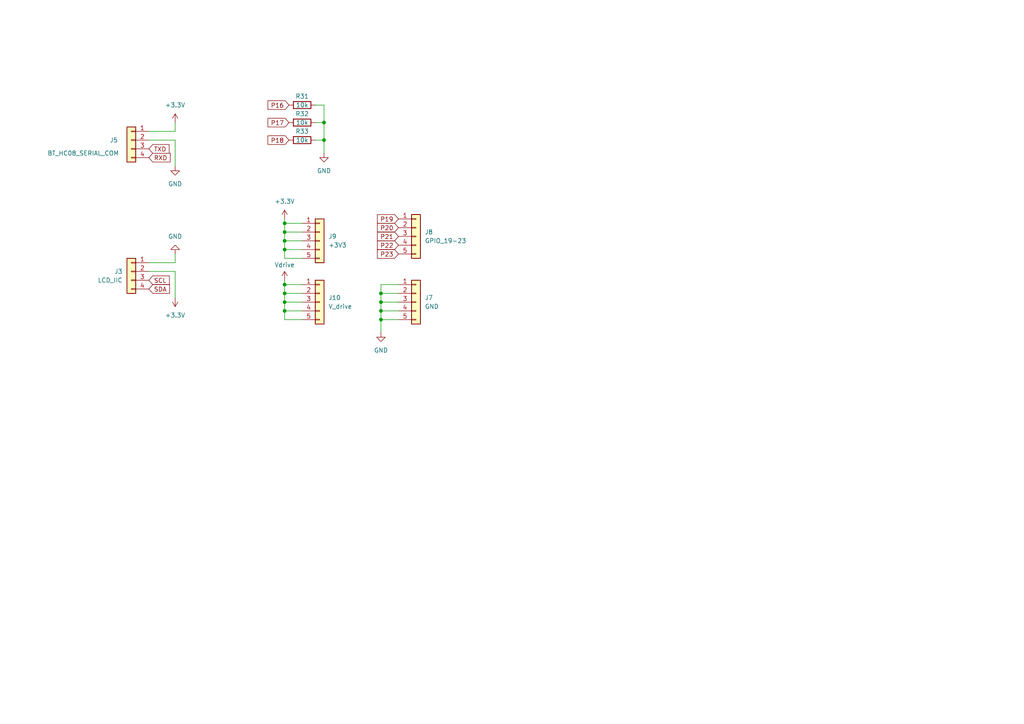
<source format=kicad_sch>
(kicad_sch (version 20231120) (generator "eeschema") (generator_version "8.0")
  (paper "A4")
  (lib_symbols
    (symbol "Connector_Generic:Conn_01x04" (pin_names (offset 1.016) hide)
      (property "Reference" "J" (at 0 5.08 0))
      (property "Value" "Conn_01x04" (at 0 -7.62 0))
      (symbol "Conn_01x04_1_1"
        (rectangle (start -1.27 -4.953) (end 0 -5.207) (stroke (width 0.1524)))
        (rectangle (start -1.27 -2.413) (end 0 -2.667) (stroke (width 0.1524)))
        (rectangle (start -1.27 0.127) (end 0 -0.127) (stroke (width 0.1524)))
        (rectangle (start -1.27 2.667) (end 0 2.413) (stroke (width 0.1524)))
        (rectangle (start -1.27 3.81) (end 1.27 -6.35) (stroke (width 0.254)) (fill (type background)))
        (pin passive line (at -5.08 2.54 0) (length 3.81) (name "Pin_1") (number "1"))
        (pin passive line (at -5.08 0 0) (length 3.81) (name "Pin_2") (number "2"))
        (pin passive line (at -5.08 -2.54 0) (length 3.81) (name "Pin_3") (number "3"))
        (pin passive line (at -5.08 -5.08 0) (length 3.81) (name "Pin_4") (number "4"))
      )
    )
    (symbol "Connector_Generic:Conn_01x05" (pin_names (offset 1.016) hide)
      (property "Reference" "J" (at 0 7.62 0))
      (property "Value" "Conn_01x05" (at 0 -7.62 0))
      (symbol "Conn_01x05_1_1"
        (rectangle (start -1.27 -4.953) (end 0 -5.207) (stroke (width 0.1524)))
        (rectangle (start -1.27 -2.413) (end 0 -2.667) (stroke (width 0.1524)))
        (rectangle (start -1.27 0.127) (end 0 -0.127) (stroke (width 0.1524)))
        (rectangle (start -1.27 2.667) (end 0 2.413) (stroke (width 0.1524)))
        (rectangle (start -1.27 5.207) (end 0 4.953) (stroke (width 0.1524)))
        (rectangle (start -1.27 6.35) (end 1.27 -6.35) (stroke (width 0.254)) (fill (type background)))
        (pin passive line (at -5.08 5.08 0) (length 3.81) (name "Pin_1") (number "1"))
        (pin passive line (at -5.08 2.54 0) (length 3.81) (name "Pin_2") (number "2"))
        (pin passive line (at -5.08 0 0) (length 3.81) (name "Pin_3") (number "3"))
        (pin passive line (at -5.08 -2.54 0) (length 3.81) (name "Pin_4") (number "4"))
        (pin passive line (at -5.08 -5.08 0) (length 3.81) (name "Pin_5") (number "5"))
      )
    )
    (symbol "Device:R" (pin_numbers hide) (pin_names (offset 0))
      (property "Reference" "R" (at 2.032 0 90))
      (property "Value" "R" (at 0 0 90))
      (symbol "R_0_1"
        (rectangle (start -1.016 -2.54) (end 1.016 2.54) (stroke (width 0.254)))
      )
      (symbol "R_1_1"
        (pin passive line (at 0 3.81 270) (length 1.27) (name "~") (number "1"))
        (pin passive line (at 0 -3.81 90) (length 1.27) (name "~") (number "2"))
      )
    )
    (symbol "power:+3.3V" (power) (pin_names (offset 0))
      (property "Value" "+3.3V" (at 0 3.556 0))
      (symbol "+3.3V_0_1"
        (polyline (pts (xy -0.762 1.27) (xy 0 2.54)))
        (polyline (pts (xy 0 0) (xy 0 2.54)))
        (polyline (pts (xy 0 2.54) (xy 0.762 1.27)))
      )
      (symbol "+3.3V_1_1"
        (pin power_in line (at 0 0 90) (length 0) hide (name "+3.3V") (number "1"))
      )
    )
    (symbol "power:GND" (power) (pin_names (offset 0))
      (property "Value" "GND" (at 0 -3.81 0))
      (symbol "GND_0_1"
        (polyline (pts (xy 0 0) (xy 0 -1.27) (xy 1.27 -1.27) (xy 0 -2.54) (xy -1.27 -1.27) (xy 0 -1.27)))
      )
      (symbol "GND_1_1"
        (pin power_in line (at 0 0 270) (length 0) hide (name "GND") (number "1"))
      )
    )
    (symbol "power:Vdrive" (power) (pin_names (offset 0))
      (property "Value" "Vdrive" (at 0 3.81 0))
      (symbol "Vdrive_0_1"
        (polyline (pts (xy -0.762 1.27) (xy 0 2.54)))
        (polyline (pts (xy 0 0) (xy 0 2.54)))
        (polyline (pts (xy 0 2.54) (xy 0.762 1.27)))
      )
      (symbol "Vdrive_1_1"
        (pin power_in line (at 0 0 90) (length 0) hide (name "Vdrive") (number "1"))
      )
    )
  )
  (junction (at 82.55 72.39))
  (junction (at 110.49 87.63))
  (junction (at 110.49 90.17))
  (junction (at 82.55 87.63))
  (junction (at 82.55 69.85))
  (junction (at 93.98 35.56))
  (junction (at 82.55 82.55))
  (junction (at 110.49 92.71))
  (junction (at 82.55 67.31))
  (junction (at 82.55 85.09))
  (junction (at 110.49 85.09))
  (junction (at 93.98 40.64))
  (junction (at 82.55 64.77))
  (junction (at 82.55 90.17))
  (wire (pts (xy 82.55 87.63) (xy 82.55 90.17)))
  (wire (pts (xy 82.55 85.09) (xy 82.55 87.63)))
  (wire (pts (xy 110.49 92.71) (xy 115.57 92.71)))
  (wire (pts (xy 82.55 64.77) (xy 82.55 67.31)))
  (wire (pts (xy 82.55 87.63) (xy 87.63 87.63)))
  (wire (pts (xy 91.44 35.56) (xy 93.98 35.56)))
  (wire (pts (xy 93.98 40.64) (xy 93.98 44.45)))
  (wire (pts (xy 50.8 38.1) (xy 43.18 38.1)))
  (wire (pts (xy 93.98 30.48) (xy 93.98 35.56)))
  (wire (pts (xy 82.55 81.28) (xy 82.55 82.55)))
  (wire (pts (xy 110.49 87.63) (xy 110.49 90.17)))
  (wire (pts (xy 82.55 69.85) (xy 82.55 72.39)))
  (wire (pts (xy 110.49 87.63) (xy 115.57 87.63)))
  (wire (pts (xy 82.55 90.17) (xy 87.63 90.17)))
  (wire (pts (xy 50.8 78.74) (xy 43.18 78.74)))
  (wire (pts (xy 82.55 69.85) (xy 87.63 69.85)))
  (wire (pts (xy 50.8 40.64) (xy 43.18 40.64)))
  (wire (pts (xy 110.49 92.71) (xy 110.49 96.52)))
  (wire (pts (xy 82.55 74.93) (xy 87.63 74.93)))
  (wire (pts (xy 82.55 63.5) (xy 82.55 64.77)))
  (wire (pts (xy 82.55 72.39) (xy 87.63 72.39)))
  (wire (pts (xy 50.8 48.26) (xy 50.8 40.64)))
  (wire (pts (xy 82.55 85.09) (xy 87.63 85.09)))
  (wire (pts (xy 82.55 72.39) (xy 82.55 74.93)))
  (wire (pts (xy 50.8 35.56) (xy 50.8 38.1)))
  (wire (pts (xy 110.49 85.09) (xy 110.49 87.63)))
  (wire (pts (xy 110.49 85.09) (xy 115.57 85.09)))
  (wire (pts (xy 82.55 90.17) (xy 82.55 92.71)))
  (wire (pts (xy 82.55 67.31) (xy 82.55 69.85)))
  (wire (pts (xy 110.49 82.55) (xy 110.49 85.09)))
  (wire (pts (xy 93.98 35.56) (xy 93.98 40.64)))
  (wire (pts (xy 50.8 76.2) (xy 43.18 76.2)))
  (wire (pts (xy 110.49 90.17) (xy 115.57 90.17)))
  (wire (pts (xy 50.8 86.36) (xy 50.8 78.74)))
  (wire (pts (xy 91.44 30.48) (xy 93.98 30.48)))
  (wire (pts (xy 82.55 67.31) (xy 87.63 67.31)))
  (wire (pts (xy 82.55 64.77) (xy 87.63 64.77)))
  (wire (pts (xy 50.8 73.66) (xy 50.8 76.2)))
  (wire (pts (xy 110.49 90.17) (xy 110.49 92.71)))
  (wire (pts (xy 82.55 92.71) (xy 87.63 92.71)))
  (wire (pts (xy 91.44 40.64) (xy 93.98 40.64)))
  (wire (pts (xy 82.55 82.55) (xy 82.55 85.09)))
  (wire (pts (xy 82.55 82.55) (xy 87.63 82.55)))
  (wire (pts (xy 110.49 82.55) (xy 115.57 82.55)))
  (global_label "P16" (shape input) (at 83.82 30.48 180) (property "Intersheetrefs" "${INTERSHEET_REFS}" (effects (hide yes))))
  (global_label "P17" (shape input) (at 83.82 35.56 180) (property "Intersheetrefs" "${INTERSHEET_REFS}" (effects (hide yes))))
  (global_label "SDA" (shape input) (at 43.18 83.82 0) (property "Intersheetrefs" "${INTERSHEET_REFS}" (effects (hide yes))))
  (global_label "P19" (shape input) (at 115.57 63.5 180) (property "Intersheetrefs" "${INTERSHEET_REFS}" (effects (hide yes))))
  (global_label "TXD" (shape input) (at 43.18 43.18 0) (property "Intersheetrefs" "${INTERSHEET_REFS}" (effects (hide yes))))
  (global_label "RXD" (shape input) (at 43.18 45.72 0) (property "Intersheetrefs" "${INTERSHEET_REFS}" (effects (hide yes))))
  (global_label "P23" (shape input) (at 115.57 73.66 180) (property "Intersheetrefs" "${INTERSHEET_REFS}" (effects (hide yes))))
  (global_label "P20" (shape input) (at 115.57 66.04 180) (property "Intersheetrefs" "${INTERSHEET_REFS}" (effects (hide yes))))
  (global_label "SCL" (shape input) (at 43.18 81.28 0) (property "Intersheetrefs" "${INTERSHEET_REFS}" (effects (hide yes))))
  (global_label "P22" (shape input) (at 115.57 71.12 180) (property "Intersheetrefs" "${INTERSHEET_REFS}" (effects (hide yes))))
  (global_label "P18" (shape input) (at 83.82 40.64 180) (property "Intersheetrefs" "${INTERSHEET_REFS}" (effects (hide yes))))
  (global_label "P21" (shape input) (at 115.57 68.58 180) (property "Intersheetrefs" "${INTERSHEET_REFS}" (effects (hide yes))))
  (symbol (lib_id "power:GND") (at 93.98 44.45 0) (mirror y) (unit 1)
    (property "Reference" "#PWR077" (effects (hide yes)))
    (property "Value" "GND" (at 93.98 49.53 0))
  )
  (symbol (lib_id "Connector_Generic:Conn_01x04") (at 38.1 78.74 0) (mirror y) (unit 1)
    (property "Reference" "J3" (at 35.56 78.74 0) (effects (justify left)))
    (property "Value" "LCD_IIC" (at 35.56 81.28 0) (effects (justify left)))
    (property "Footprint" "Connector_PinHeader_2.54mm:PinHeader_1x04_P2.54mm_Vertical" (effects (hide yes)))
  )
  (symbol (lib_id "power:GND") (at 50.8 48.26 0) (mirror y) (unit 1)
    (property "Reference" "#PWR076" (effects (hide yes)))
    (property "Value" "GND" (at 50.8 53.34 0))
  )
  (symbol (lib_id "power:Vdrive") (at 82.55 81.28 0) (unit 1)
    (property "Reference" "#PWR088" (effects (hide yes)))
    (property "Value" "Vdrive" (at 82.55 76.835 0))
  )
  (symbol (lib_id "Connector_Generic:Conn_01x05") (at 92.71 87.63 0) (unit 1)
    (property "Reference" "J10" (at 95.25 86.36 0) (effects (justify left)))
    (property "Value" "V_drive" (at 95.25 88.9 0) (effects (justify left)))
    (property "Footprint" "Connector_PinHeader_2.54mm:PinHeader_1x05_P2.54mm_Vertical" (effects (hide yes)))
  )
  (symbol (lib_id "Connector_Generic:Conn_01x05") (at 120.65 87.63 0) (unit 1)
    (property "Reference" "J7" (at 123.19 86.36 0) (effects (justify left)))
    (property "Value" "GND" (at 123.19 88.9 0) (effects (justify left)))
    (property "Footprint" "Connector_PinHeader_2.54mm:PinHeader_1x05_P2.54mm_Vertical" (effects (hide yes)))
  )
  (symbol (lib_id "power:+3.3V") (at 82.55 63.5 0) (mirror y) (unit 1)
    (property "Reference" "#PWR086" (effects (hide yes)))
    (property "Value" "+3.3V" (at 82.55 58.42 0))
  )
  (symbol (lib_id "power:GND") (at 50.8 73.66 0) (mirror x) (unit 1)
    (property "Reference" "#PWR039" (effects (hide yes)))
    (property "Value" "GND" (at 50.8 68.58 0))
  )
  (symbol (lib_id "Connector_Generic:Conn_01x05") (at 92.71 69.85 0) (unit 1)
    (property "Reference" "J9" (at 95.25 68.58 0) (effects (justify left)))
    (property "Value" "+3V3" (at 95.25 71.12 0) (effects (justify left)))
    (property "Footprint" "Connector_PinHeader_2.54mm:PinHeader_1x05_P2.54mm_Vertical" (effects (hide yes)))
  )
  (symbol (lib_id "power:+3.3V") (at 50.8 86.36 0) (mirror x) (unit 1)
    (property "Reference" "#PWR054" (effects (hide yes)))
    (property "Value" "+3.3V" (at 50.8 91.44 0))
  )
  (symbol (lib_id "Connector_Generic:Conn_01x04") (at 38.1 40.64 0) (mirror y) (unit 1)
    (property "Reference" "J5" (at 33.02 40.64 0))
    (property "Value" "BT_HC08_SERIAL_COM" (at 24.13 44.45 0))
    (property "Footprint" "Connector_PinHeader_2.54mm:PinHeader_1x04_P2.54mm_Vertical" (effects (hide yes)))
  )
  (symbol (lib_id "Connector_Generic:Conn_01x05") (at 120.65 68.58 0) (unit 1)
    (property "Reference" "J8" (at 123.19 67.31 0) (effects (justify left)))
    (property "Value" "GPIO_19-23" (at 123.19 69.85 0) (effects (justify left)))
    (property "Footprint" "Connector_PinHeader_2.54mm:PinHeader_1x05_P2.54mm_Vertical" (effects (hide yes)))
  )
  (symbol (lib_id "power:GND") (at 110.49 96.52 0) (mirror y) (unit 1)
    (property "Reference" "#PWR087" (effects (hide yes)))
    (property "Value" "GND" (at 110.49 101.6 0))
  )
  (symbol (lib_id "Device:R") (at 87.63 35.56 90) (unit 1)
    (property "Reference" "R32" (at 87.63 33.02 90))
    (property "Value" "10k" (at 87.63 35.56 90))
    (property "Footprint" "Resistor_SMD:R_1206_3216Metric" (effects (hide yes)))
    (property "Fab:" "Fojan" (effects (hide yes)))
    (property "Man #:" "FRC1206J102 TS" (effects (hide yes)))
  )
  (symbol (lib_id "Device:R") (at 87.63 30.48 90) (unit 1)
    (property "Reference" "R31" (at 87.63 27.94 90))
    (property "Value" "10k" (at 87.63 30.48 90))
    (property "Footprint" "Resistor_SMD:R_1206_3216Metric" (effects (hide yes)))
    (property "Fab:" "Fojan" (effects (hide yes)))
    (property "Man #:" "FRC1206J102 TS" (effects (hide yes)))
  )
  (symbol (lib_id "power:+3.3V") (at 50.8 35.56 0) (unit 1)
    (property "Reference" "#PWR055" (effects (hide yes)))
    (property "Value" "+3.3V" (at 50.8 30.48 0))
  )
  (symbol (lib_id "Device:R") (at 87.63 40.64 90) (unit 1)
    (property "Reference" "R33" (at 87.63 38.1 90))
    (property "Value" "10k" (at 87.63 40.64 90))
    (property "Footprint" "Resistor_SMD:R_1206_3216Metric" (effects (hide yes)))
    (property "Fab:" "Fojan" (effects (hide yes)))
    (property "Man #:" "FRC1206J102 TS" (effects (hide yes)))
  )
)
</source>
